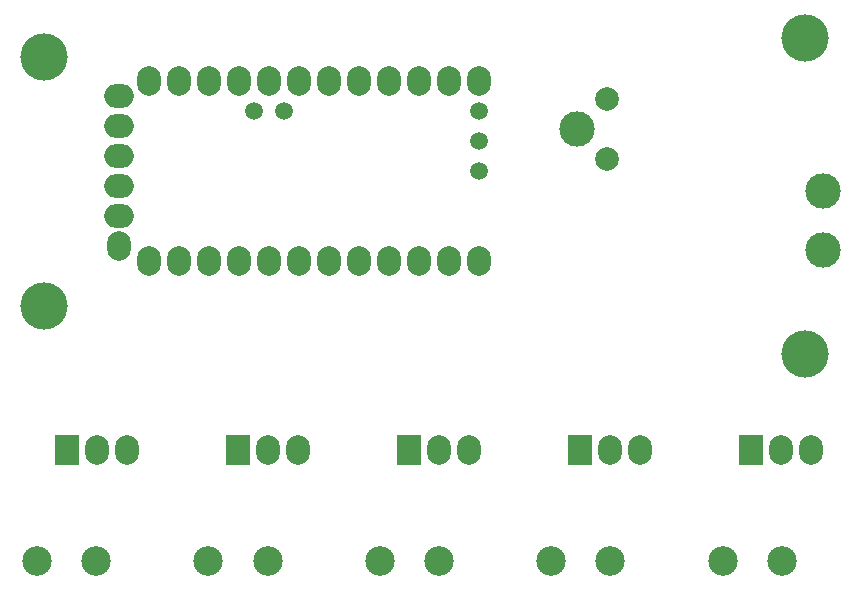
<source format=gtl>
G04 Layer: TopLayer*
G04 EasyEDA v6.5.22, 2023-01-03 09:55:25*
G04 7daa880b0f2f4c369114fb813a63f3e8,5dd06754fdd742daa6fe38bf62b7df6b,10*
G04 Gerber Generator version 0.2*
G04 Scale: 100 percent, Rotated: No, Reflected: No *
G04 Dimensions in millimeters *
G04 leading zeros omitted , absolute positions ,4 integer and 5 decimal *
%FSLAX45Y45*%
%MOMM*%

%AMMACRO1*21,1,$1,$2,0,0,$3*%
%ADD10MACRO1,2.0015X2.4994X0.0000*%
%ADD11O,1.9999959999999999X2.4999949999999997*%
%ADD12C,2.0000*%
%ADD13C,3.0000*%
%ADD14C,1.5080*%
%ADD15O,2.4999949999999997X1.9999959999999999*%
%ADD16C,2.5000*%
%ADD17C,4.0000*%

%LPD*%
D10*
G01*
X6527800Y1955797D03*
D11*
G01*
X7035800Y1955797D03*
G01*
X6781800Y1955797D03*
D10*
G01*
X5080000Y1955800D03*
D11*
G01*
X5588000Y1955800D03*
G01*
X5334000Y1955800D03*
D10*
G01*
X3632200Y1955802D03*
D11*
G01*
X4140200Y1955802D03*
G01*
X3886200Y1955802D03*
D10*
G01*
X2184400Y1955797D03*
D11*
G01*
X2692400Y1955797D03*
G01*
X2438400Y1955797D03*
D10*
G01*
X736600Y1955797D03*
D11*
G01*
X1244600Y1955797D03*
G01*
X990600Y1955797D03*
D12*
G01*
X5308600Y4419600D03*
D13*
G01*
X5058613Y4673600D03*
D12*
G01*
X5308600Y4927600D03*
D11*
G01*
X3213100Y5080000D03*
G01*
X2959100Y5080000D03*
G01*
X2705100Y5080000D03*
G01*
X2451100Y5080000D03*
D14*
G01*
X2578100Y4826000D03*
G01*
X2324100Y4826000D03*
G01*
X4229100Y4572000D03*
G01*
X4229100Y4826000D03*
D15*
G01*
X1181100Y4953000D03*
D11*
G01*
X2451100Y3556000D03*
G01*
X2705100Y3556000D03*
G01*
X2959100Y3556000D03*
G01*
X3213100Y3556000D03*
G01*
X3467100Y3556000D03*
G01*
X3721100Y3556000D03*
G01*
X3975100Y3556000D03*
G01*
X4229100Y3556000D03*
G01*
X4229100Y5080000D03*
G01*
X3975100Y5080000D03*
G01*
X3721100Y5080000D03*
G01*
X3467100Y5080000D03*
G01*
X1181100Y3683000D03*
G01*
X2197100Y3556000D03*
G01*
X1689100Y5080000D03*
D15*
G01*
X1181100Y4699000D03*
D14*
G01*
X4229100Y4318000D03*
D11*
G01*
X1435100Y5080000D03*
G01*
X1943100Y5080000D03*
G01*
X1943100Y3556000D03*
G01*
X1689100Y3556000D03*
D15*
G01*
X1181100Y4191000D03*
D11*
G01*
X1435100Y3556000D03*
D15*
G01*
X1181100Y3937000D03*
D11*
G01*
X2197100Y5080000D03*
D15*
G01*
X1181100Y4445000D03*
D13*
G01*
X7137400Y3648900D03*
G01*
X7137400Y4148899D03*
D16*
G01*
X6290500Y1016000D03*
G01*
X6790499Y1016000D03*
G01*
X4839525Y1016000D03*
G01*
X5339524Y1016000D03*
G01*
X3388550Y1016000D03*
G01*
X3888549Y1016000D03*
G01*
X1937575Y1016000D03*
G01*
X2437574Y1016000D03*
G01*
X486600Y1016000D03*
G01*
X986599Y1016000D03*
D17*
G01*
X6991350Y2768600D03*
G01*
X546100Y3175000D03*
G01*
X6991350Y5448300D03*
G01*
X546100Y5283200D03*
M02*

</source>
